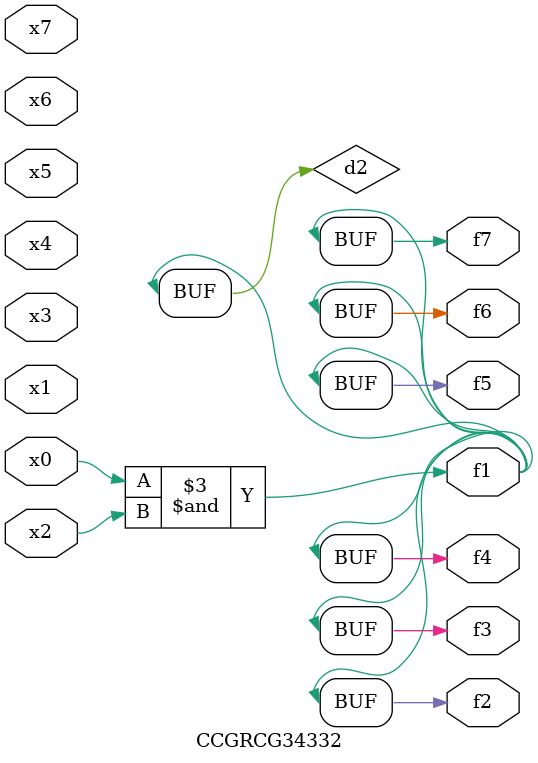
<source format=v>
module CCGRCG34332(
	input x0, x1, x2, x3, x4, x5, x6, x7,
	output f1, f2, f3, f4, f5, f6, f7
);

	wire d1, d2;

	nor (d1, x3, x6);
	and (d2, x0, x2);
	assign f1 = d2;
	assign f2 = d2;
	assign f3 = d2;
	assign f4 = d2;
	assign f5 = d2;
	assign f6 = d2;
	assign f7 = d2;
endmodule

</source>
